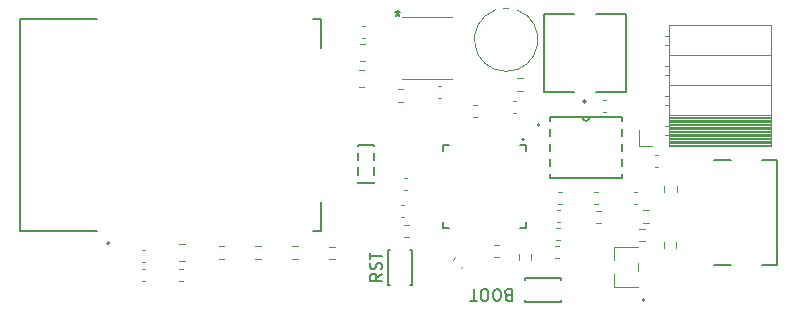
<source format=gto>
%TF.GenerationSoftware,KiCad,Pcbnew,6.0.7-f9a2dced07~116~ubuntu20.04.1*%
%TF.CreationDate,2022-11-29T22:38:20-05:00*%
%TF.ProjectId,Final_project_no_connector,46696e61-6c5f-4707-926f-6a6563745f6e,rev?*%
%TF.SameCoordinates,Original*%
%TF.FileFunction,Legend,Top*%
%TF.FilePolarity,Positive*%
%FSLAX46Y46*%
G04 Gerber Fmt 4.6, Leading zero omitted, Abs format (unit mm)*
G04 Created by KiCad (PCBNEW 6.0.7-f9a2dced07~116~ubuntu20.04.1) date 2022-11-29 22:38:20*
%MOMM*%
%LPD*%
G01*
G04 APERTURE LIST*
%ADD10C,0.150000*%
%ADD11C,0.120000*%
%ADD12C,0.152400*%
%ADD13C,0.127000*%
%ADD14C,0.200000*%
%ADD15C,0.160000*%
G04 APERTURE END LIST*
D10*
%TO.C,U5*%
X123444000Y-65492380D02*
X123444000Y-65730476D01*
X123205904Y-65635238D02*
X123444000Y-65730476D01*
X123682095Y-65635238D01*
X123301142Y-65920952D02*
X123444000Y-65730476D01*
X123586857Y-65920952D01*
%TO.C,S2*%
X132802142Y-89606428D02*
X132659285Y-89558809D01*
X132611666Y-89511190D01*
X132564047Y-89415952D01*
X132564047Y-89273095D01*
X132611666Y-89177857D01*
X132659285Y-89130238D01*
X132754523Y-89082619D01*
X133135476Y-89082619D01*
X133135476Y-90082619D01*
X132802142Y-90082619D01*
X132706904Y-90035000D01*
X132659285Y-89987380D01*
X132611666Y-89892142D01*
X132611666Y-89796904D01*
X132659285Y-89701666D01*
X132706904Y-89654047D01*
X132802142Y-89606428D01*
X133135476Y-89606428D01*
X131945000Y-90082619D02*
X131754523Y-90082619D01*
X131659285Y-90035000D01*
X131564047Y-89939761D01*
X131516428Y-89749285D01*
X131516428Y-89415952D01*
X131564047Y-89225476D01*
X131659285Y-89130238D01*
X131754523Y-89082619D01*
X131945000Y-89082619D01*
X132040238Y-89130238D01*
X132135476Y-89225476D01*
X132183095Y-89415952D01*
X132183095Y-89749285D01*
X132135476Y-89939761D01*
X132040238Y-90035000D01*
X131945000Y-90082619D01*
X130897380Y-90082619D02*
X130706904Y-90082619D01*
X130611666Y-90035000D01*
X130516428Y-89939761D01*
X130468809Y-89749285D01*
X130468809Y-89415952D01*
X130516428Y-89225476D01*
X130611666Y-89130238D01*
X130706904Y-89082619D01*
X130897380Y-89082619D01*
X130992619Y-89130238D01*
X131087857Y-89225476D01*
X131135476Y-89415952D01*
X131135476Y-89749285D01*
X131087857Y-89939761D01*
X130992619Y-90035000D01*
X130897380Y-90082619D01*
X130183095Y-90082619D02*
X129611666Y-90082619D01*
X129897380Y-89082619D02*
X129897380Y-90082619D01*
%TO.C,S1*%
X122102380Y-87797619D02*
X121626190Y-88130952D01*
X122102380Y-88369047D02*
X121102380Y-88369047D01*
X121102380Y-87988095D01*
X121150000Y-87892857D01*
X121197619Y-87845238D01*
X121292857Y-87797619D01*
X121435714Y-87797619D01*
X121530952Y-87845238D01*
X121578571Y-87892857D01*
X121626190Y-87988095D01*
X121626190Y-88369047D01*
X122054761Y-87416666D02*
X122102380Y-87273809D01*
X122102380Y-87035714D01*
X122054761Y-86940476D01*
X122007142Y-86892857D01*
X121911904Y-86845238D01*
X121816666Y-86845238D01*
X121721428Y-86892857D01*
X121673809Y-86940476D01*
X121626190Y-87035714D01*
X121578571Y-87226190D01*
X121530952Y-87321428D01*
X121483333Y-87369047D01*
X121388095Y-87416666D01*
X121292857Y-87416666D01*
X121197619Y-87369047D01*
X121150000Y-87321428D01*
X121102380Y-87226190D01*
X121102380Y-86988095D01*
X121150000Y-86845238D01*
X121102380Y-86559523D02*
X121102380Y-85988095D01*
X122102380Y-86273809D02*
X121102380Y-86273809D01*
D11*
%TO.C,C1*%
X140829420Y-73099200D02*
X141110580Y-73099200D01*
X140829420Y-74119200D02*
X141110580Y-74119200D01*
%TO.C,C3*%
X129859420Y-73531000D02*
X130140580Y-73531000D01*
X129859420Y-74551000D02*
X130140580Y-74551000D01*
%TO.C,U5*%
X123829100Y-71278900D02*
X128070900Y-71278900D01*
X128070900Y-66021100D02*
X123829100Y-66021100D01*
%TO.C,C11*%
X137043420Y-81910000D02*
X137324580Y-81910000D01*
X137043420Y-80890000D02*
X137324580Y-80890000D01*
%TO.C,C10*%
X123709420Y-81940000D02*
X123990580Y-81940000D01*
X123709420Y-82960000D02*
X123990580Y-82960000D01*
%TO.C,C16*%
X101800420Y-88410000D02*
X102081580Y-88410000D01*
X101800420Y-87390000D02*
X102081580Y-87390000D01*
D12*
%TO.C,U3*%
X136352000Y-76833300D02*
X136352000Y-77366700D01*
X142448000Y-77366700D02*
X142448000Y-76833300D01*
X142448000Y-78636700D02*
X142448000Y-78103300D01*
X136352000Y-79652700D02*
X142448000Y-79652700D01*
X142448000Y-74826700D02*
X142448000Y-74547300D01*
X136352000Y-78103300D02*
X136352000Y-78636700D01*
X136352000Y-75563300D02*
X136352000Y-76096700D01*
X142448000Y-79652700D02*
X142448000Y-79373300D01*
X136352000Y-74547300D02*
X136352000Y-74826700D01*
X142448000Y-74547300D02*
X136352000Y-74547300D01*
X142448000Y-76096700D02*
X142448000Y-75563300D01*
X136352000Y-79373300D02*
X136352000Y-79652700D01*
X135437600Y-75195000D02*
G75*
G03*
X135437600Y-75195000I-76200J0D01*
G01*
X139095200Y-74547300D02*
G75*
G03*
X139704800Y-74547300I304800J0D01*
G01*
D13*
%TO.C,RV1*%
X142800000Y-65800000D02*
X140199000Y-65800000D01*
X135800000Y-65800000D02*
X135800000Y-72400000D01*
X135800000Y-72400000D02*
X138341000Y-72400000D01*
X138341000Y-65800000D02*
X135800000Y-65800000D01*
X142800000Y-72400000D02*
X142800000Y-65800000D01*
X142800000Y-72400000D02*
X140199000Y-72400000D01*
D14*
X139370000Y-73194000D02*
G75*
G03*
X139370000Y-73194000I-100000J0D01*
G01*
D11*
%TO.C,R11*%
X108772258Y-86522500D02*
X108297742Y-86522500D01*
X108772258Y-85477500D02*
X108297742Y-85477500D01*
%TO.C,R6*%
X144687058Y-82408500D02*
X144212542Y-82408500D01*
X144687058Y-83453500D02*
X144212542Y-83453500D01*
%TO.C,C14*%
X104959420Y-87390000D02*
X105240580Y-87390000D01*
X104959420Y-88410000D02*
X105240580Y-88410000D01*
%TO.C,R8*%
X140702258Y-82477500D02*
X140227742Y-82477500D01*
X140702258Y-83522500D02*
X140227742Y-83522500D01*
%TO.C,R10*%
X111397742Y-85477500D02*
X111872258Y-85477500D01*
X111397742Y-86522500D02*
X111872258Y-86522500D01*
%TO.C,R3*%
X133716500Y-86597258D02*
X133716500Y-86122742D01*
X134761500Y-86597258D02*
X134761500Y-86122742D01*
%TO.C,R7*%
X132037258Y-86374500D02*
X131562742Y-86374500D01*
X132037258Y-85329500D02*
X131562742Y-85329500D01*
%TO.C,C4*%
X123959420Y-79690000D02*
X124240580Y-79690000D01*
X123959420Y-80710000D02*
X124240580Y-80710000D01*
%TO.C,R12*%
X114497742Y-85477500D02*
X114972258Y-85477500D01*
X114497742Y-86522500D02*
X114972258Y-86522500D01*
D10*
%TO.C,Y1*%
X121427000Y-79986000D02*
X121427000Y-80086000D01*
X120127000Y-79986000D02*
X120127000Y-80086000D01*
X121427000Y-78786000D02*
X121427000Y-79386000D01*
X120127000Y-78186000D02*
X120127000Y-77586000D01*
X120127000Y-76986000D02*
X120127000Y-76886000D01*
X121427000Y-78186000D02*
X121427000Y-77586000D01*
X120127000Y-80086000D02*
X121427000Y-80086000D01*
X121427000Y-76986000D02*
X121427000Y-76886000D01*
X120127000Y-76886000D02*
X121427000Y-76886000D01*
X120127000Y-78786000D02*
X120127000Y-79386000D01*
D11*
%TO.C,C13*%
X145249020Y-77747400D02*
X145530180Y-77747400D01*
X145249020Y-78767400D02*
X145530180Y-78767400D01*
%TO.C,C17*%
X127140580Y-72900000D02*
X126859420Y-72900000D01*
X127140580Y-71880000D02*
X126859420Y-71880000D01*
D14*
%TO.C,J1*%
X155603000Y-87070800D02*
X155603000Y-78130800D01*
X150203000Y-78130800D02*
X151703000Y-78130800D01*
X154323000Y-87070800D02*
X155603000Y-87070800D01*
X150203000Y-87070800D02*
X151703000Y-87070800D01*
X155603000Y-78130800D02*
X154323000Y-78130800D01*
D11*
%TO.C,C8*%
X136887220Y-83890000D02*
X137168380Y-83890000D01*
X136887220Y-84910000D02*
X137168380Y-84910000D01*
D10*
%TO.C,S2*%
X137263000Y-90154000D02*
X134263000Y-90154000D01*
X134263000Y-88154000D02*
X134263000Y-88304000D01*
X134263000Y-90154000D02*
X134263000Y-90004000D01*
X137263000Y-90154000D02*
X137263000Y-90004000D01*
X137263000Y-88154000D02*
X134263000Y-88154000D01*
X137263000Y-88154000D02*
X137263000Y-88304000D01*
D11*
%TO.C,R4*%
X147029700Y-85106742D02*
X147029700Y-85581258D01*
X145984700Y-85106742D02*
X145984700Y-85581258D01*
D10*
%TO.C,S1*%
X124650000Y-85750000D02*
X124500000Y-85750000D01*
X122650000Y-88750000D02*
X122650000Y-85750000D01*
X124650000Y-88750000D02*
X124650000Y-85750000D01*
X122650000Y-85750000D02*
X122800000Y-85750000D01*
X122650000Y-88750000D02*
X122800000Y-88750000D01*
X124650000Y-88750000D02*
X124500000Y-88750000D01*
D11*
%TO.C,R1*%
X146035500Y-80856858D02*
X146035500Y-80382342D01*
X147080500Y-80856858D02*
X147080500Y-80382342D01*
%TO.C,R13*%
X117647742Y-85527500D02*
X118122258Y-85527500D01*
X117647742Y-86572500D02*
X118122258Y-86572500D01*
D13*
%TO.C,U4*%
X116950000Y-68650000D02*
X116950000Y-66200000D01*
X91450000Y-66200000D02*
X97950000Y-66200000D01*
X116300000Y-84200000D02*
X116950000Y-84200000D01*
X116950000Y-66200000D02*
X116300000Y-66200000D01*
X97950000Y-84200000D02*
X91450000Y-84200000D01*
X91450000Y-84200000D02*
X91450000Y-66200000D01*
X116950000Y-84200000D02*
X116950000Y-81750000D01*
D14*
X99050000Y-85200000D02*
G75*
G03*
X99050000Y-85200000I-100000J0D01*
G01*
D11*
%TO.C,R16*%
X120627064Y-70515000D02*
X120172936Y-70515000D01*
X120627064Y-71985000D02*
X120172936Y-71985000D01*
%TO.C,R9*%
X105427064Y-85265000D02*
X104972936Y-85265000D01*
X105427064Y-86735000D02*
X104972936Y-86735000D01*
%TO.C,R5*%
X144382258Y-85053700D02*
X143907742Y-85053700D01*
X144382258Y-84008700D02*
X143907742Y-84008700D01*
%TO.C,C18*%
X120433220Y-66774600D02*
X120714380Y-66774600D01*
X120433220Y-67794600D02*
X120714380Y-67794600D01*
%TO.C,C12*%
X143418420Y-81910000D02*
X143699580Y-81910000D01*
X143418420Y-80890000D02*
X143699580Y-80890000D01*
%TO.C,U2*%
X141746400Y-85521201D02*
X141746400Y-86586060D01*
X141746400Y-88875199D02*
X143800400Y-88875199D01*
X143800400Y-87536061D02*
X143800400Y-86860339D01*
X143800400Y-85521201D02*
X141746400Y-85521201D01*
X141746400Y-87810340D02*
X141746400Y-88875199D01*
X144400400Y-90018199D02*
G75*
G03*
X144400400Y-90018199I-127000J0D01*
G01*
%TO.C,R17*%
X123937258Y-72177500D02*
X123462742Y-72177500D01*
X123937258Y-73222500D02*
X123462742Y-73222500D01*
%TO.C,C15*%
X102040580Y-86810000D02*
X101759420Y-86810000D01*
X102040580Y-85790000D02*
X101759420Y-85790000D01*
%TO.C,C9*%
X136909420Y-83410000D02*
X137190580Y-83410000D01*
X136909420Y-82390000D02*
X137190580Y-82390000D01*
%TO.C,C6*%
X136809420Y-85440000D02*
X137090580Y-85440000D01*
X136809420Y-86460000D02*
X137090580Y-86460000D01*
%TO.C,R18*%
X131727129Y-65448750D02*
G75*
G03*
X132638801Y-70648299I911671J-2519850D01*
G01*
X132638800Y-70648300D02*
G75*
G03*
X133550471Y-65448749I0J2679700D01*
G01*
X132891690Y-65300860D02*
G75*
G03*
X132385913Y-65300860I-252890J-2667840D01*
G01*
%TO.C,C5*%
X128288781Y-86389970D02*
X128089970Y-86588781D01*
X129010030Y-87111219D02*
X128811219Y-87310030D01*
%TO.C,C7*%
X140092820Y-81910000D02*
X140373980Y-81910000D01*
X140092820Y-80890000D02*
X140373980Y-80890000D01*
%TO.C,J2*%
X146460000Y-70210000D02*
X146050000Y-70210000D01*
X155090000Y-76505715D02*
X146460000Y-76505715D01*
X155090000Y-75088575D02*
X146460000Y-75088575D01*
X155090000Y-75679050D02*
X146460000Y-75679050D01*
X155090000Y-75797145D02*
X146460000Y-75797145D01*
X146460000Y-68390000D02*
X146050000Y-68390000D01*
X146460000Y-67670000D02*
X146050000Y-67670000D01*
X155090000Y-76269525D02*
X146460000Y-76269525D01*
X146460000Y-76980000D02*
X146460000Y-66700000D01*
X155090000Y-75206670D02*
X146460000Y-75206670D01*
X155090000Y-76980000D02*
X146460000Y-76980000D01*
X155090000Y-69300000D02*
X146460000Y-69300000D01*
X145000000Y-76980000D02*
X143890000Y-76980000D01*
X155090000Y-75560955D02*
X146460000Y-75560955D01*
X146460000Y-73470000D02*
X146050000Y-73470000D01*
X155090000Y-74616195D02*
X146460000Y-74616195D01*
X155090000Y-75324765D02*
X146460000Y-75324765D01*
X155090000Y-76741905D02*
X146460000Y-76741905D01*
X155090000Y-76151430D02*
X146460000Y-76151430D01*
X155090000Y-74380000D02*
X146460000Y-74380000D01*
X146460000Y-75290000D02*
X146110000Y-75290000D01*
X155090000Y-75442860D02*
X146460000Y-75442860D01*
X155090000Y-76623810D02*
X146460000Y-76623810D01*
X155090000Y-76387620D02*
X146460000Y-76387620D01*
X155090000Y-74852385D02*
X146460000Y-74852385D01*
X146460000Y-76010000D02*
X146110000Y-76010000D01*
X155090000Y-74498100D02*
X146460000Y-74498100D01*
X155090000Y-76860000D02*
X146460000Y-76860000D01*
X155090000Y-76980000D02*
X155090000Y-66700000D01*
X155090000Y-66700000D02*
X146460000Y-66700000D01*
X155090000Y-74970480D02*
X146460000Y-74970480D01*
X143890000Y-76980000D02*
X143890000Y-75650000D01*
X146460000Y-72750000D02*
X146050000Y-72750000D01*
X155090000Y-75915240D02*
X146460000Y-75915240D01*
X155090000Y-74734290D02*
X146460000Y-74734290D01*
X155090000Y-71840000D02*
X146460000Y-71840000D01*
X155090000Y-76033335D02*
X146460000Y-76033335D01*
X146460000Y-70930000D02*
X146050000Y-70930000D01*
%TO.C,R15*%
X120673864Y-69772200D02*
X120219736Y-69772200D01*
X120673864Y-68302200D02*
X120219736Y-68302200D01*
%TO.C,R14*%
X133562742Y-71232500D02*
X134037258Y-71232500D01*
X133562742Y-72277500D02*
X134037258Y-72277500D01*
%TO.C,R2*%
X124437258Y-84672500D02*
X123962742Y-84672500D01*
X124437258Y-83627500D02*
X123962742Y-83627500D01*
%TO.C,C2*%
X133209420Y-74170000D02*
X133490580Y-74170000D01*
X133209420Y-73150000D02*
X133490580Y-73150000D01*
D10*
%TO.C,U1*%
X127800000Y-76900000D02*
X127300000Y-76900000D01*
X134300000Y-83400000D02*
X134300000Y-83900000D01*
X133800000Y-76900000D02*
X134300000Y-76900000D01*
X127300000Y-83900000D02*
X127800000Y-83900000D01*
X127300000Y-76900000D02*
X127300000Y-77400000D01*
X134300000Y-83900000D02*
X133800000Y-83900000D01*
X127300000Y-83400000D02*
X127300000Y-83900000D01*
X134300000Y-76900000D02*
X134300000Y-77400000D01*
D15*
X134130000Y-76400000D02*
G75*
G03*
X134130000Y-76400000I-80000J0D01*
G01*
%TD*%
M02*

</source>
